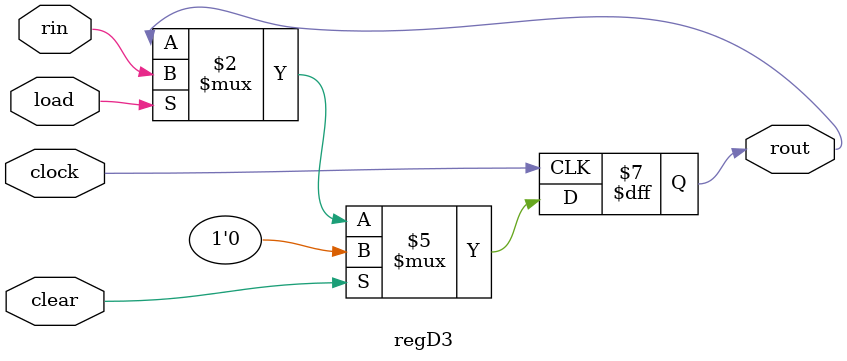
<source format=v>
`timescale 1ns / 1ps


module regD3(rout, rin, clear, load, clock);
    parameter Width = 1;
    output rout;
    reg rout;
    input rin;
    input clear, load, clock;
    
    always@ (posedge clock)
        if (clear)
            rout <= 0;
        else if (load)
            rout <= rin;
            
endmodule

</source>
